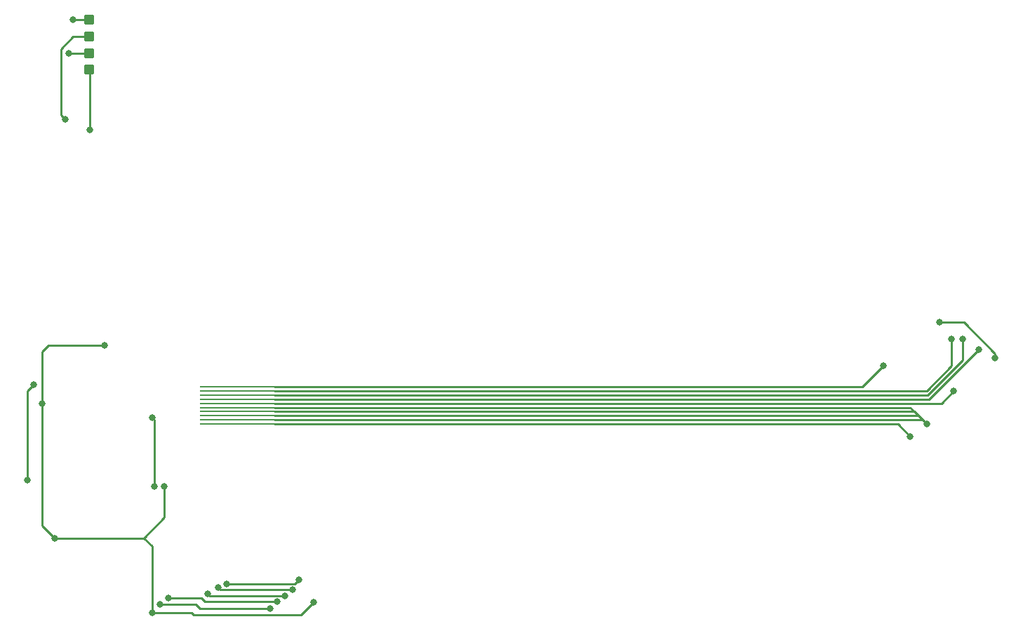
<source format=gbr>
%TF.GenerationSoftware,KiCad,Pcbnew,8.0.4*%
%TF.CreationDate,2024-08-01T13:46:47+01:00*%
%TF.ProjectId,buttonsSuper,62757474-6f6e-4735-9375-7065722e6b69,rev?*%
%TF.SameCoordinates,Original*%
%TF.FileFunction,Copper,L2,Bot*%
%TF.FilePolarity,Positive*%
%FSLAX46Y46*%
G04 Gerber Fmt 4.6, Leading zero omitted, Abs format (unit mm)*
G04 Created by KiCad (PCBNEW 8.0.4) date 2024-08-01 13:46:47*
%MOMM*%
%LPD*%
G01*
G04 APERTURE LIST*
G04 Aperture macros list*
%AMRoundRect*
0 Rectangle with rounded corners*
0 $1 Rounding radius*
0 $2 $3 $4 $5 $6 $7 $8 $9 X,Y pos of 4 corners*
0 Add a 4 corners polygon primitive as box body*
4,1,4,$2,$3,$4,$5,$6,$7,$8,$9,$2,$3,0*
0 Add four circle primitives for the rounded corners*
1,1,$1+$1,$2,$3*
1,1,$1+$1,$4,$5*
1,1,$1+$1,$6,$7*
1,1,$1+$1,$8,$9*
0 Add four rect primitives between the rounded corners*
20,1,$1+$1,$2,$3,$4,$5,0*
20,1,$1+$1,$4,$5,$6,$7,0*
20,1,$1+$1,$6,$7,$8,$9,0*
20,1,$1+$1,$8,$9,$2,$3,0*%
%AMFreePoly0*
4,1,5,0.125000,-9.000000,-0.125000,-9.000000,-0.125000,1.000000,0.125000,1.000000,0.125000,-9.000000,0.125000,-9.000000,$1*%
G04 Aperture macros list end*
%TA.AperFunction,SMDPad,CuDef*%
%ADD10RoundRect,0.312500X-0.312500X0.312500X-0.312500X-0.312500X0.312500X-0.312500X0.312500X0.312500X0*%
%TD*%
%TA.AperFunction,SMDPad,CuDef*%
%ADD11FreePoly0,270.000000*%
%TD*%
%TA.AperFunction,ViaPad*%
%ADD12C,0.800000*%
%TD*%
%TA.AperFunction,Conductor*%
%ADD13C,0.250000*%
%TD*%
G04 APERTURE END LIST*
D10*
%TO.P,C6,5,GND_[2]*%
%TO.N,GND*%
X50124507Y-58501014D03*
%TO.P,C6,6,X_[2]*%
%TO.N,/X_2*%
X50124507Y-60501014D03*
%TO.P,C6,7,+v_[2]*%
%TO.N,/+v*%
X50124507Y-62501014D03*
%TO.P,C6,8,Y_[2]*%
%TO.N,/Y_2*%
X50124507Y-64501014D03*
%TD*%
D11*
%TO.P,C5,1,1*%
%TO.N,/Square*%
X72500000Y-102750000D03*
%TO.P,C5,2,2*%
%TO.N,/R1*%
X72500000Y-103250000D03*
%TO.P,C5,3,3*%
%TO.N,/Triangle*%
X72500000Y-103750000D03*
%TO.P,C5,4,4*%
%TO.N,/Circle*%
X72500000Y-104250000D03*
%TO.P,C5,5,5*%
%TO.N,/cross*%
X72500000Y-104750000D03*
%TO.P,C5,6,6*%
%TO.N,/gnd*%
X72500000Y-105250000D03*
%TO.P,C5,7,7*%
X72500000Y-105750000D03*
%TO.P,C5,8,8*%
X72500000Y-106250000D03*
%TO.P,C5,9,9*%
X72500000Y-106750000D03*
%TO.P,C5,10,10*%
%TO.N,/keyPower*%
X72500000Y-107250000D03*
%TD*%
D12*
%TO.N,/l1*%
X75500000Y-126000000D03*
X57750000Y-106500000D03*
X58000000Y-114750000D03*
X66750000Y-126500000D03*
%TO.N,/right*%
X74750000Y-127224500D03*
X65750000Y-127000000D03*
%TO.N,/up*%
X73750000Y-127949011D03*
X64500000Y-127750000D03*
X42750000Y-114000000D03*
X43500000Y-102500000D03*
%TO.N,/left*%
X72892691Y-128673511D03*
X59750000Y-128250000D03*
%TO.N,/down*%
X58750000Y-129000000D03*
X72000000Y-129500000D03*
%TO.N,GND*%
X48250000Y-58500000D03*
X46000000Y-121000000D03*
X59250000Y-114750000D03*
X52000000Y-97750000D03*
X44500000Y-104750000D03*
X77250000Y-128750000D03*
X57750000Y-130000000D03*
%TO.N,/gnd*%
X152750000Y-95000000D03*
X159500000Y-99250000D03*
X151250000Y-107250000D03*
%TO.N,/cross*%
X154500000Y-103250000D03*
%TO.N,/Circle*%
X157500000Y-98250000D03*
%TO.N,/Triangle*%
X155550038Y-97000000D03*
%TO.N,/R1*%
X154250000Y-97000000D03*
%TO.N,/Square*%
X146000000Y-100250000D03*
%TO.N,/+v*%
X47750000Y-62500000D03*
%TO.N,/X_2*%
X47250000Y-70500000D03*
%TO.N,/Y_2*%
X50250000Y-71750000D03*
%TO.N,/keyPower*%
X149250000Y-108750000D03*
%TD*%
D13*
%TO.N,/l1*%
X58000000Y-114750000D02*
X58000000Y-106750000D01*
X66750000Y-126500000D02*
X75000000Y-126500000D01*
X75000000Y-126500000D02*
X75500000Y-126000000D01*
X58000000Y-106750000D02*
X57750000Y-106500000D01*
%TO.N,/right*%
X65974511Y-127224511D02*
X74749989Y-127224511D01*
X65750000Y-127000000D02*
X65974511Y-127224511D01*
X74749989Y-127224511D02*
X74750000Y-127224500D01*
%TO.N,/up*%
X42750000Y-114000000D02*
X42750000Y-103250000D01*
X42750000Y-103250000D02*
X43500000Y-102500000D01*
X64699011Y-127949011D02*
X64500000Y-127750000D01*
X73750000Y-127949011D02*
X64699011Y-127949011D01*
%TO.N,/left*%
X64173511Y-128673511D02*
X63750000Y-128250000D01*
X63750000Y-128250000D02*
X59750000Y-128250000D01*
X72892691Y-128673511D02*
X64173511Y-128673511D01*
%TO.N,/down*%
X63000000Y-129000000D02*
X63500000Y-129500000D01*
X58750000Y-129000000D02*
X63000000Y-129000000D01*
X63500000Y-129500000D02*
X72000000Y-129500000D01*
%TO.N,GND*%
X75750000Y-130250000D02*
X77250000Y-128750000D01*
X52000000Y-97750000D02*
X45250000Y-97750000D01*
X59250000Y-118500000D02*
X59250000Y-114750000D01*
X57750000Y-130000000D02*
X57750000Y-122000000D01*
X44500000Y-119500000D02*
X46000000Y-121000000D01*
X45250000Y-97750000D02*
X44500000Y-98500000D01*
X57750000Y-130000000D02*
X62500000Y-130000000D01*
X50125000Y-58500000D02*
X48250000Y-58500000D01*
X62750000Y-130250000D02*
X75750000Y-130250000D01*
X56750000Y-121000000D02*
X59250000Y-118500000D01*
X44500000Y-98500000D02*
X44500000Y-104750000D01*
X44500000Y-104750000D02*
X44500000Y-119500000D01*
X62500000Y-130000000D02*
X62750000Y-130250000D01*
X57750000Y-122000000D02*
X56750000Y-121000000D01*
X56750000Y-121000000D02*
X46000000Y-121000000D01*
%TO.N,/gnd*%
X159500000Y-98750000D02*
X159500000Y-99250000D01*
X150250000Y-106250000D02*
X150125000Y-106125000D01*
X72500000Y-106750000D02*
X150750000Y-106750000D01*
X149750000Y-105750000D02*
X149250000Y-105250000D01*
X152750000Y-95000000D02*
X155750000Y-95000000D01*
X155750000Y-95000000D02*
X159500000Y-98750000D01*
X151250000Y-107250000D02*
X150750000Y-106750000D01*
X72500000Y-106250000D02*
X150250000Y-106250000D01*
X150125000Y-106125000D02*
X149750000Y-105750000D01*
X150750000Y-106750000D02*
X150250000Y-106250000D01*
X149250000Y-105250000D02*
X72500000Y-105250000D01*
X72500000Y-105750000D02*
X149750000Y-105750000D01*
%TO.N,/cross*%
X153000000Y-104750000D02*
X154500000Y-103250000D01*
X72500000Y-104750000D02*
X153000000Y-104750000D01*
%TO.N,/Circle*%
X151500000Y-104250000D02*
X157500000Y-98250000D01*
X72500000Y-104250000D02*
X151500000Y-104250000D01*
%TO.N,/Triangle*%
X72500000Y-103750000D02*
X151363604Y-103750000D01*
X155500000Y-97050038D02*
X155550038Y-97000000D01*
X155550038Y-99563566D02*
X155550038Y-97000000D01*
X151363604Y-103750000D02*
X155550038Y-99563566D01*
%TO.N,/R1*%
X154250000Y-100227208D02*
X154250000Y-97000000D01*
X151227208Y-103250000D02*
X154250000Y-100227208D01*
X72500000Y-103250000D02*
X151227208Y-103250000D01*
%TO.N,/Square*%
X143500000Y-102750000D02*
X146000000Y-100250000D01*
X72500000Y-102750000D02*
X143500000Y-102750000D01*
%TO.N,/+v*%
X50125000Y-62500000D02*
X47750000Y-62500000D01*
%TO.N,/X_2*%
X46750000Y-62000000D02*
X48250000Y-60500000D01*
X46750000Y-70000000D02*
X46750000Y-62000000D01*
X47250000Y-70500000D02*
X46750000Y-70000000D01*
X48250000Y-60500000D02*
X50125000Y-60500000D01*
%TO.N,/Y_2*%
X50250000Y-64625000D02*
X50125000Y-64500000D01*
X50250000Y-71750000D02*
X50250000Y-64625000D01*
%TO.N,/keyPower*%
X149250000Y-108750000D02*
X147750000Y-107250000D01*
X147750000Y-107250000D02*
X72500000Y-107250000D01*
%TD*%
M02*

</source>
